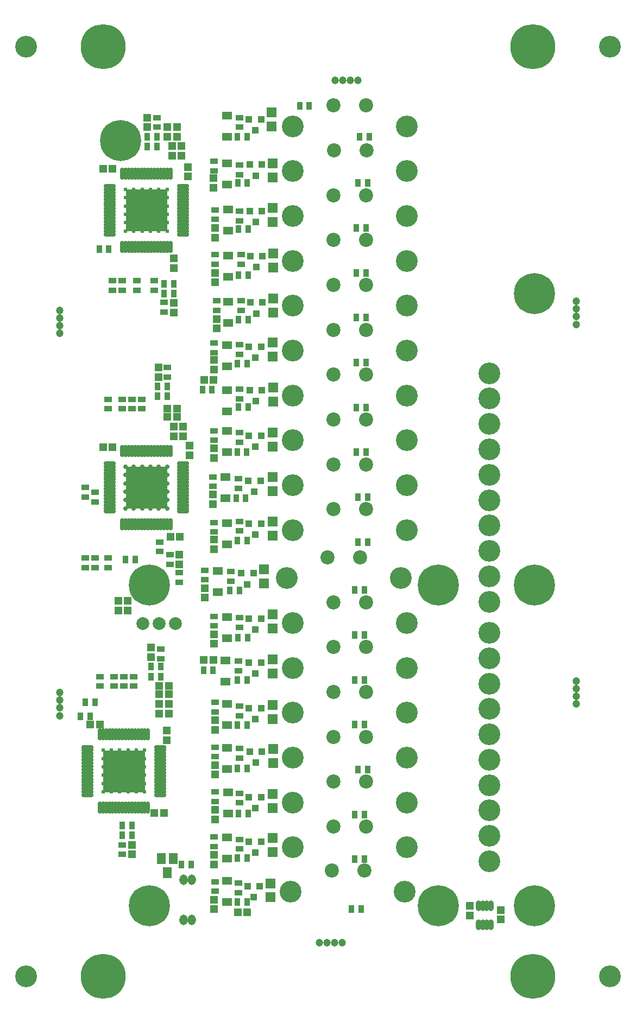
<source format=gbr>
G04 #@! TF.FileFunction,Soldermask,Top*
%FSLAX46Y46*%
G04 Gerber Fmt 4.6, Leading zero omitted, Abs format (unit mm)*
G04 Created by KiCad (PCBNEW 4.0.6) date 07/17/17 17:26:30*
%MOMM*%
%LPD*%
G01*
G04 APERTURE LIST*
%ADD10C,0.100000*%
%ADD11C,7.000000*%
%ADD12C,3.400000*%
%ADD13C,1.200000*%
%ADD14C,0.610000*%
%ADD15C,0.700000*%
%ADD16C,0.620000*%
%ADD17O,1.900000X0.700000*%
%ADD18O,0.700000X1.900000*%
%ADD19O,0.800000X1.660000*%
%ADD20R,1.300000X0.900000*%
%ADD21R,0.900000X1.300000*%
%ADD22R,1.000000X1.100000*%
%ADD23R,1.200000X1.150000*%
%ADD24R,1.150000X1.200000*%
%ADD25C,6.400000*%
%ADD26O,1.300000X1.650000*%
%ADD27R,1.600000X1.600000*%
%ADD28R,1.600000X1.300000*%
%ADD29C,2.000000*%
%ADD30R,1.400000X1.800000*%
%ADD31C,2.200000*%
%ADD32C,0.250000*%
G04 APERTURE END LIST*
D10*
D11*
X121500000Y-37000000D03*
X54500000Y-37000000D03*
X54500000Y-182000000D03*
D12*
X133500000Y-182000000D03*
X42500000Y-182000000D03*
X42500000Y-37000000D03*
D13*
X47750000Y-81700000D03*
X47750000Y-78100000D03*
X47750000Y-79300000D03*
X47750000Y-80500000D03*
X47750000Y-141350000D03*
X47750000Y-137750000D03*
X47750000Y-138950000D03*
X47750000Y-140150000D03*
X94250000Y-42250000D03*
X90650000Y-42250000D03*
X91850000Y-42250000D03*
X93050000Y-42250000D03*
X128250000Y-139550000D03*
X128250000Y-135950000D03*
X128250000Y-137150000D03*
X128250000Y-138350000D03*
X91800000Y-176750000D03*
X88200000Y-176750000D03*
X89400000Y-176750000D03*
X90600000Y-176750000D03*
D14*
X64500000Y-65750000D03*
X63200000Y-65750000D03*
X61900000Y-65750000D03*
X60600000Y-65750000D03*
X59300000Y-65750000D03*
X58000000Y-65750000D03*
X64500000Y-64450000D03*
X63200000Y-64450000D03*
X61900000Y-64450000D03*
X60600000Y-64450000D03*
X59300000Y-64450000D03*
X58000000Y-64450000D03*
X64500000Y-63150000D03*
X63200000Y-63150000D03*
X61900000Y-63150000D03*
X60600000Y-63150000D03*
X59300000Y-63150000D03*
X58000000Y-63150000D03*
X64500000Y-61850000D03*
X63200000Y-61850000D03*
X61900000Y-61850000D03*
X60600000Y-61850000D03*
X59300000Y-61850000D03*
X58000000Y-61850000D03*
X64500000Y-60550000D03*
X63200000Y-60550000D03*
X61900000Y-60550000D03*
X60600000Y-60550000D03*
X59300000Y-60550000D03*
X58000000Y-60550000D03*
X64500000Y-59250000D03*
X63200000Y-59250000D03*
X61900000Y-59250000D03*
X60600000Y-59250000D03*
X59300000Y-59250000D03*
D15*
X64500000Y-109000000D03*
X63200000Y-109000000D03*
X61900000Y-109000000D03*
X60600000Y-109000000D03*
X59300000Y-109000000D03*
X58000000Y-109000000D03*
X64500000Y-107700000D03*
X63200000Y-107700000D03*
X61900000Y-107700000D03*
X60600000Y-107700000D03*
X59300000Y-107700000D03*
X58000000Y-107700000D03*
X64500000Y-106400000D03*
X63200000Y-106400000D03*
X61900000Y-106400000D03*
X60600000Y-106400000D03*
X59300000Y-106400000D03*
X58000000Y-106400000D03*
X64500000Y-105100000D03*
X63200000Y-105100000D03*
X61900000Y-105100000D03*
X60600000Y-105100000D03*
X59300000Y-105100000D03*
X58000000Y-105100000D03*
X64500000Y-103800000D03*
X63200000Y-103800000D03*
X61900000Y-103800000D03*
X60600000Y-103800000D03*
X59300000Y-103800000D03*
X58000000Y-103800000D03*
X64500000Y-102500000D03*
X63200000Y-102500000D03*
X61900000Y-102500000D03*
X60600000Y-102500000D03*
X59300000Y-102500000D03*
D16*
X61000000Y-153250000D03*
X59700000Y-153250000D03*
X58400000Y-153250000D03*
X57100000Y-153250000D03*
X55800000Y-153250000D03*
X54500000Y-153250000D03*
X61000000Y-151950000D03*
X59700000Y-151950000D03*
X58400000Y-151950000D03*
X57100000Y-151950000D03*
X55800000Y-151950000D03*
X54500000Y-151950000D03*
X61000000Y-150650000D03*
X59700000Y-150650000D03*
X58400000Y-150650000D03*
X57100000Y-150650000D03*
X55800000Y-150650000D03*
X54500000Y-150650000D03*
X61000000Y-149350000D03*
X59700000Y-149350000D03*
X58400000Y-149350000D03*
X57100000Y-149350000D03*
X55800000Y-149350000D03*
X54500000Y-149350000D03*
X61000000Y-148050000D03*
X59700000Y-148050000D03*
X58400000Y-148050000D03*
X57100000Y-148050000D03*
X55800000Y-148050000D03*
X54500000Y-148050000D03*
X61000000Y-146750000D03*
X59700000Y-146750000D03*
X58400000Y-146750000D03*
X57100000Y-146750000D03*
X55800000Y-146750000D03*
D17*
X63450000Y-153750000D03*
X63450000Y-153250000D03*
X63450000Y-152750000D03*
X63450000Y-152250000D03*
X63450000Y-151750000D03*
X63450000Y-151250000D03*
X63450000Y-150750000D03*
X63450000Y-150250000D03*
X63450000Y-149750000D03*
X63450000Y-149250000D03*
X63450000Y-148750000D03*
X63450000Y-148250000D03*
X63450000Y-147750000D03*
X63450000Y-147250000D03*
X63450000Y-146750000D03*
X63450000Y-146250000D03*
D18*
X61500000Y-144300000D03*
X61000000Y-144300000D03*
X60500000Y-144300000D03*
X60000000Y-144300000D03*
X59500000Y-144300000D03*
X59000000Y-144300000D03*
X58500000Y-144300000D03*
X58000000Y-144300000D03*
X57500000Y-144300000D03*
X57000000Y-144300000D03*
X56500000Y-144300000D03*
X56000000Y-144300000D03*
X55500000Y-144300000D03*
X55000000Y-144300000D03*
X54500000Y-144300000D03*
X54000000Y-144300000D03*
D17*
X52050000Y-146250000D03*
X52050000Y-146750000D03*
X52050000Y-147250000D03*
X52050000Y-147750000D03*
X52050000Y-148250000D03*
X52050000Y-148750000D03*
X52050000Y-149250000D03*
X52050000Y-149750000D03*
X52050000Y-150250000D03*
X52050000Y-150750000D03*
X52050000Y-151250000D03*
X52050000Y-151750000D03*
X52050000Y-152250000D03*
X52050000Y-152750000D03*
X52050000Y-153250000D03*
X52050000Y-153750000D03*
D18*
X54000000Y-155700000D03*
X54500000Y-155700000D03*
X55000000Y-155700000D03*
X55500000Y-155700000D03*
X56000000Y-155700000D03*
X56500000Y-155700000D03*
X57000000Y-155700000D03*
X57500000Y-155700000D03*
X58000000Y-155700000D03*
X58500000Y-155700000D03*
X59000000Y-155700000D03*
X59500000Y-155700000D03*
X60000000Y-155700000D03*
X60500000Y-155700000D03*
X61000000Y-155700000D03*
X61500000Y-155700000D03*
D19*
X113025000Y-173960000D03*
X113675000Y-173960000D03*
X114325000Y-173960000D03*
X114975000Y-173960000D03*
X114975000Y-171040000D03*
X114325000Y-171040000D03*
X113675000Y-171040000D03*
X113025000Y-171040000D03*
D20*
X62950000Y-49550000D03*
X62950000Y-48050000D03*
D21*
X64500000Y-91500000D03*
X63000000Y-91500000D03*
D20*
X72000000Y-69450000D03*
X72000000Y-70950000D03*
X72000000Y-146250000D03*
X72000000Y-147750000D03*
D22*
X79150000Y-140200000D03*
X77250000Y-140200000D03*
X78200000Y-141900000D03*
X79350000Y-69700000D03*
X77450000Y-69700000D03*
X78400000Y-71400000D03*
X79150000Y-48300000D03*
X77250000Y-48300000D03*
X78200000Y-50000000D03*
X79250000Y-55400000D03*
X77350000Y-55400000D03*
X78300000Y-57100000D03*
D20*
X71800000Y-54850000D03*
X71800000Y-56350000D03*
D12*
X100890000Y-119900000D03*
X83110000Y-119900000D03*
D23*
X64750000Y-136750000D03*
X63250000Y-136750000D03*
X63250000Y-139500000D03*
X64750000Y-139500000D03*
D24*
X67750000Y-55750000D03*
X67750000Y-57250000D03*
D23*
X70200000Y-132650000D03*
X71700000Y-132650000D03*
D24*
X71800000Y-128650000D03*
X71800000Y-130150000D03*
X70400000Y-121450000D03*
X70400000Y-122950000D03*
X71800000Y-113850000D03*
X71800000Y-115350000D03*
X71600000Y-106850000D03*
X71600000Y-108350000D03*
X71800000Y-99650000D03*
X71800000Y-101150000D03*
D23*
X70250000Y-89000000D03*
X71750000Y-89000000D03*
D24*
X71800000Y-85850000D03*
X71800000Y-87350000D03*
X72200000Y-79450000D03*
X72200000Y-80950000D03*
X72000000Y-72250000D03*
X72000000Y-73750000D03*
X72000000Y-65250000D03*
X72000000Y-66750000D03*
X71750000Y-57500000D03*
X71750000Y-59000000D03*
D23*
X64000000Y-156500000D03*
X62500000Y-156500000D03*
X77000000Y-172000000D03*
X75500000Y-172000000D03*
D24*
X71800000Y-170050000D03*
X71800000Y-171550000D03*
X71800000Y-163050000D03*
X71800000Y-164550000D03*
X72000000Y-156050000D03*
X72000000Y-157550000D03*
X72000000Y-149050000D03*
X72000000Y-150550000D03*
X72000000Y-142050000D03*
X72000000Y-143550000D03*
D20*
X54000000Y-136750000D03*
X54000000Y-135250000D03*
X56250000Y-135250000D03*
X56250000Y-136750000D03*
X57750000Y-136750000D03*
X57750000Y-135250000D03*
X59250000Y-136750000D03*
X59250000Y-135250000D03*
X55250000Y-92000000D03*
X55250000Y-93500000D03*
X57500000Y-92000000D03*
X57500000Y-93500000D03*
X59000000Y-92000000D03*
X59000000Y-93500000D03*
X60500000Y-92000000D03*
X60500000Y-93500000D03*
X51750000Y-118250000D03*
X51750000Y-116750000D03*
X53250000Y-118250000D03*
X53250000Y-116750000D03*
X55250000Y-118250000D03*
X55250000Y-116750000D03*
D21*
X58000000Y-117000000D03*
X59500000Y-117000000D03*
D20*
X56000000Y-75000000D03*
X56000000Y-73500000D03*
X57500000Y-75000000D03*
X57500000Y-73500000D03*
X59750000Y-75000000D03*
X59750000Y-73500000D03*
X62500000Y-75000000D03*
X62500000Y-73500000D03*
X75800000Y-127550000D03*
X75800000Y-126050000D03*
X74400000Y-120350000D03*
X74400000Y-118850000D03*
X75800000Y-112550000D03*
X75800000Y-111050000D03*
D21*
X76950000Y-170400000D03*
X75450000Y-170400000D03*
X76950000Y-163600000D03*
X75450000Y-163600000D03*
X77150000Y-156600000D03*
X75650000Y-156600000D03*
X76950000Y-149600000D03*
X75450000Y-149600000D03*
X76950000Y-142800000D03*
X75450000Y-142800000D03*
X76950000Y-135800000D03*
X75450000Y-135800000D03*
X94750000Y-171500000D03*
X93250000Y-171500000D03*
D20*
X72000000Y-167250000D03*
X72000000Y-168750000D03*
X71800000Y-160250000D03*
X71800000Y-161750000D03*
X72000000Y-153250000D03*
X72000000Y-154750000D03*
X72000000Y-139250000D03*
X72000000Y-140750000D03*
X75600000Y-105900000D03*
X75600000Y-104400000D03*
D21*
X95250000Y-163750000D03*
X93750000Y-163750000D03*
X95250000Y-156750000D03*
X93750000Y-156750000D03*
X95750000Y-149750000D03*
X94250000Y-149750000D03*
X95250000Y-142750000D03*
X93750000Y-142750000D03*
X95250000Y-135750000D03*
X93750000Y-135750000D03*
X95250000Y-128750000D03*
X93750000Y-128750000D03*
X77050000Y-129200000D03*
X75550000Y-129200000D03*
X75750000Y-121800000D03*
X74250000Y-121800000D03*
X76950000Y-114000000D03*
X75450000Y-114000000D03*
X76750000Y-107400000D03*
X75250000Y-107400000D03*
X76900000Y-100200000D03*
X75400000Y-100200000D03*
X77150000Y-93200000D03*
X75650000Y-93200000D03*
X71650000Y-134250000D03*
X70150000Y-134250000D03*
D20*
X71800000Y-125850000D03*
X71800000Y-127350000D03*
X70400000Y-118650000D03*
X70400000Y-120150000D03*
X71800000Y-111200000D03*
X71800000Y-112700000D03*
X71600000Y-104100000D03*
X71600000Y-105600000D03*
X71800000Y-96900000D03*
X71800000Y-98400000D03*
X75800000Y-98700000D03*
X75800000Y-97200000D03*
D21*
X95250000Y-121750000D03*
X93750000Y-121750000D03*
X95750000Y-114250000D03*
X94250000Y-114250000D03*
X95750000Y-107250000D03*
X94250000Y-107250000D03*
X95500000Y-100250000D03*
X94000000Y-100250000D03*
X95500000Y-93250000D03*
X94000000Y-93250000D03*
X95500000Y-86250000D03*
X94000000Y-86250000D03*
X76950000Y-86400000D03*
X75450000Y-86400000D03*
X77150000Y-79600000D03*
X75650000Y-79600000D03*
X77150000Y-72600000D03*
X75650000Y-72600000D03*
X77150000Y-65400000D03*
X75650000Y-65400000D03*
X77000000Y-58200000D03*
X75500000Y-58200000D03*
X76950000Y-51000000D03*
X75450000Y-51000000D03*
X71500000Y-90500000D03*
X70000000Y-90500000D03*
D20*
X71800000Y-83200000D03*
X71800000Y-84700000D03*
X72200000Y-76650000D03*
X72200000Y-78150000D03*
X72000000Y-62450000D03*
X72000000Y-63950000D03*
X75800000Y-91950000D03*
X75800000Y-90450000D03*
D21*
X95500000Y-79250000D03*
X94000000Y-79250000D03*
X95500000Y-72250000D03*
X94000000Y-72250000D03*
X95500000Y-65250000D03*
X94000000Y-65250000D03*
X95750000Y-58250000D03*
X94250000Y-58250000D03*
X96000000Y-51000000D03*
X94500000Y-51000000D03*
X86650000Y-46200000D03*
X85150000Y-46200000D03*
D20*
X75600000Y-168950000D03*
X75600000Y-167450000D03*
D22*
X79350000Y-76900000D03*
X77450000Y-76900000D03*
X78400000Y-78600000D03*
X79150000Y-83800000D03*
X77250000Y-83800000D03*
X78200000Y-85500000D03*
X79250000Y-90600000D03*
X77350000Y-90600000D03*
X78300000Y-92300000D03*
X79150000Y-97700000D03*
X77250000Y-97700000D03*
X78200000Y-99400000D03*
X79050000Y-104700000D03*
X77150000Y-104700000D03*
X78100000Y-106400000D03*
X79150000Y-111400000D03*
X77250000Y-111400000D03*
X78200000Y-113100000D03*
X77950000Y-119150000D03*
X76050000Y-119150000D03*
X77000000Y-120850000D03*
X79150000Y-126200000D03*
X77250000Y-126200000D03*
X78200000Y-127900000D03*
X79150000Y-133100000D03*
X77250000Y-133100000D03*
X78200000Y-134800000D03*
X79250000Y-147000000D03*
X77350000Y-147000000D03*
X78300000Y-148700000D03*
X79150000Y-154100000D03*
X77250000Y-154100000D03*
X78200000Y-155800000D03*
X79150000Y-161000000D03*
X77250000Y-161000000D03*
X78200000Y-162700000D03*
X78950000Y-167950000D03*
X77050000Y-167950000D03*
X78000000Y-169650000D03*
X79250000Y-62600000D03*
X77350000Y-62600000D03*
X78300000Y-64300000D03*
D25*
X121770000Y-75472000D03*
X57250000Y-51600000D03*
X61750000Y-121000000D03*
X106750000Y-121000000D03*
X121750000Y-121000000D03*
X106750000Y-171000000D03*
X121750000Y-171000000D03*
X61750000Y-171000000D03*
D12*
X101890000Y-84400000D03*
X84110000Y-84400000D03*
X101890000Y-91400000D03*
X84110000Y-91400000D03*
X101890000Y-98400000D03*
X84110000Y-98400000D03*
X101890000Y-105400000D03*
X84110000Y-105400000D03*
X101890000Y-112400000D03*
X84110000Y-112400000D03*
X101890000Y-126900000D03*
X84110000Y-126900000D03*
X101890000Y-77400000D03*
X84110000Y-77400000D03*
X101890000Y-70400000D03*
X84110000Y-70400000D03*
X101890000Y-49400000D03*
X84110000Y-49400000D03*
X101890000Y-56400000D03*
X84110000Y-56400000D03*
X101890000Y-63400000D03*
X84110000Y-63400000D03*
X101890000Y-147900000D03*
X84110000Y-147900000D03*
X101890000Y-154900000D03*
X84110000Y-154900000D03*
X101890000Y-133900000D03*
X84110000Y-133900000D03*
X101890000Y-140900000D03*
X84110000Y-140900000D03*
X101890000Y-161900000D03*
X84110000Y-161900000D03*
X101490000Y-168800000D03*
X83710000Y-168800000D03*
D23*
X66000000Y-94750000D03*
X64500000Y-94750000D03*
X66000000Y-93500000D03*
X64500000Y-93500000D03*
D20*
X75800000Y-162150000D03*
X75800000Y-160650000D03*
X75800000Y-154950000D03*
X75800000Y-153450000D03*
X75800000Y-147950000D03*
X75800000Y-146450000D03*
X75800000Y-141350000D03*
X75800000Y-139850000D03*
X75600000Y-134350000D03*
X75600000Y-132850000D03*
X75800000Y-84950000D03*
X75800000Y-83450000D03*
X76000000Y-78100000D03*
X76000000Y-76600000D03*
X76000000Y-70950000D03*
X76000000Y-69450000D03*
X75800000Y-64150000D03*
X75800000Y-62650000D03*
X75800000Y-56950000D03*
X75800000Y-55450000D03*
X75800000Y-49550000D03*
X75800000Y-48050000D03*
D23*
X63250000Y-141000000D03*
X64750000Y-141000000D03*
X64750000Y-138000000D03*
X63250000Y-138000000D03*
X65500000Y-97750000D03*
X67000000Y-97750000D03*
X65500000Y-96250000D03*
X67000000Y-96250000D03*
X66750000Y-54000000D03*
X65250000Y-54000000D03*
X64500000Y-51000000D03*
X66000000Y-51000000D03*
X66750000Y-52500000D03*
X65250000Y-52500000D03*
X64500000Y-49500000D03*
X66000000Y-49500000D03*
X54500000Y-56000000D03*
X56000000Y-56000000D03*
D24*
X65500000Y-70000000D03*
X65500000Y-71500000D03*
D21*
X51000000Y-141500000D03*
X52500000Y-141500000D03*
D20*
X53250000Y-108000000D03*
X53250000Y-106500000D03*
D21*
X53900000Y-68600000D03*
X55400000Y-68600000D03*
D24*
X64450000Y-145150000D03*
X64450000Y-143650000D03*
X68000000Y-100750000D03*
X68000000Y-99250000D03*
D23*
X66500000Y-113400000D03*
X65000000Y-113400000D03*
X54000000Y-142750000D03*
X52500000Y-142750000D03*
X56000000Y-99500000D03*
X54500000Y-99500000D03*
D21*
X51750000Y-139250000D03*
X53250000Y-139250000D03*
D20*
X51750000Y-107250000D03*
X51750000Y-105750000D03*
D24*
X61950000Y-132250000D03*
X61950000Y-130750000D03*
X59000000Y-163000000D03*
X59000000Y-161500000D03*
X63150000Y-88550000D03*
X63150000Y-87050000D03*
X66350000Y-117750000D03*
X66350000Y-116250000D03*
X61350000Y-48050000D03*
X61350000Y-49550000D03*
X65500000Y-76950000D03*
X65500000Y-78450000D03*
D21*
X62000000Y-133700000D03*
X63500000Y-133700000D03*
X63500000Y-135250000D03*
X62000000Y-135250000D03*
X59000000Y-160000000D03*
X57500000Y-160000000D03*
X57500000Y-158500000D03*
X59000000Y-158500000D03*
X63000000Y-90000000D03*
X64500000Y-90000000D03*
D20*
X64950000Y-116250000D03*
X64950000Y-117750000D03*
X63350000Y-115750000D03*
X63350000Y-114250000D03*
D21*
X61400000Y-51000000D03*
X62900000Y-51000000D03*
X62900000Y-52600000D03*
X61400000Y-52600000D03*
X65500000Y-75550000D03*
X64000000Y-75550000D03*
X64000000Y-74000000D03*
X65500000Y-74000000D03*
D20*
X63500000Y-132500000D03*
X63500000Y-131000000D03*
X57500000Y-163000000D03*
X57500000Y-161500000D03*
X64550000Y-88550000D03*
X64550000Y-87050000D03*
X66350000Y-119050000D03*
X66350000Y-120550000D03*
X64000000Y-78350000D03*
X64000000Y-76850000D03*
D24*
X111650000Y-172550000D03*
X111650000Y-171050000D03*
X116500000Y-173150000D03*
X116500000Y-171650000D03*
D21*
X66750000Y-164600000D03*
X68250000Y-164600000D03*
D26*
X67015000Y-173225000D03*
X68285000Y-173225000D03*
X67015000Y-166975000D03*
X68285000Y-166975000D03*
D24*
X58300000Y-123450000D03*
X58300000Y-124950000D03*
X56900000Y-123450000D03*
X56900000Y-124950000D03*
D17*
X66950000Y-66250000D03*
X66950000Y-65750000D03*
X66950000Y-65250000D03*
X66950000Y-64750000D03*
X66950000Y-64250000D03*
X66950000Y-63750000D03*
X66950000Y-63250000D03*
X66950000Y-62750000D03*
X66950000Y-62250000D03*
X66950000Y-61750000D03*
X66950000Y-61250000D03*
X66950000Y-60750000D03*
X66950000Y-60250000D03*
X66950000Y-59750000D03*
X66950000Y-59250000D03*
X66950000Y-58750000D03*
D18*
X65000000Y-56800000D03*
X64500000Y-56800000D03*
X64000000Y-56800000D03*
X63500000Y-56800000D03*
X63000000Y-56800000D03*
X62500000Y-56800000D03*
X62000000Y-56800000D03*
X61500000Y-56800000D03*
X61000000Y-56800000D03*
X60500000Y-56800000D03*
X60000000Y-56800000D03*
X59500000Y-56800000D03*
X59000000Y-56800000D03*
X58500000Y-56800000D03*
X58000000Y-56800000D03*
X57500000Y-56800000D03*
D17*
X55550000Y-58750000D03*
X55550000Y-59250000D03*
X55550000Y-59750000D03*
X55550000Y-60250000D03*
X55550000Y-60750000D03*
X55550000Y-61250000D03*
X55550000Y-61750000D03*
X55550000Y-62250000D03*
X55550000Y-62750000D03*
X55550000Y-63250000D03*
X55550000Y-63750000D03*
X55550000Y-64250000D03*
X55550000Y-64750000D03*
X55550000Y-65250000D03*
X55550000Y-65750000D03*
X55550000Y-66250000D03*
D18*
X57500000Y-68200000D03*
X58000000Y-68200000D03*
X58500000Y-68200000D03*
X59000000Y-68200000D03*
X59500000Y-68200000D03*
X60000000Y-68200000D03*
X60500000Y-68200000D03*
X61000000Y-68200000D03*
X61500000Y-68200000D03*
X62000000Y-68200000D03*
X62500000Y-68200000D03*
X63000000Y-68200000D03*
X63500000Y-68200000D03*
X64000000Y-68200000D03*
X64500000Y-68200000D03*
X65000000Y-68200000D03*
D17*
X66950000Y-109500000D03*
X66950000Y-109000000D03*
X66950000Y-108500000D03*
X66950000Y-108000000D03*
X66950000Y-107500000D03*
X66950000Y-107000000D03*
X66950000Y-106500000D03*
X66950000Y-106000000D03*
X66950000Y-105500000D03*
X66950000Y-105000000D03*
X66950000Y-104500000D03*
X66950000Y-104000000D03*
X66950000Y-103500000D03*
X66950000Y-103000000D03*
X66950000Y-102500000D03*
X66950000Y-102000000D03*
D18*
X65000000Y-100050000D03*
X64500000Y-100050000D03*
X64000000Y-100050000D03*
X63500000Y-100050000D03*
X63000000Y-100050000D03*
X62500000Y-100050000D03*
X62000000Y-100050000D03*
X61500000Y-100050000D03*
X61000000Y-100050000D03*
X60500000Y-100050000D03*
X60000000Y-100050000D03*
X59500000Y-100050000D03*
X59000000Y-100050000D03*
X58500000Y-100050000D03*
X58000000Y-100050000D03*
X57500000Y-100050000D03*
D17*
X55550000Y-102000000D03*
X55550000Y-102500000D03*
X55550000Y-103000000D03*
X55550000Y-103500000D03*
X55550000Y-104000000D03*
X55550000Y-104500000D03*
X55550000Y-105000000D03*
X55550000Y-105500000D03*
X55550000Y-106000000D03*
X55550000Y-106500000D03*
X55550000Y-107000000D03*
X55550000Y-107500000D03*
X55550000Y-108000000D03*
X55550000Y-108500000D03*
X55550000Y-109000000D03*
X55550000Y-109500000D03*
D18*
X57500000Y-111450000D03*
X58000000Y-111450000D03*
X58500000Y-111450000D03*
X59000000Y-111450000D03*
X59500000Y-111450000D03*
X60000000Y-111450000D03*
X60500000Y-111450000D03*
X61000000Y-111450000D03*
X61500000Y-111450000D03*
X62000000Y-111450000D03*
X62500000Y-111450000D03*
X63000000Y-111450000D03*
X63500000Y-111450000D03*
X64000000Y-111450000D03*
X64500000Y-111450000D03*
X65000000Y-111450000D03*
D16*
X54500000Y-146750000D03*
D15*
X58000000Y-102500000D03*
D14*
X58000000Y-59250000D03*
D27*
X80600000Y-167500000D03*
X80600000Y-169700000D03*
X80900000Y-160450000D03*
X80900000Y-162650000D03*
X80900000Y-153550000D03*
X80900000Y-155750000D03*
X81000000Y-146550000D03*
X81000000Y-148750000D03*
X80900000Y-139650000D03*
X80900000Y-141850000D03*
X80900000Y-132550000D03*
X80900000Y-134750000D03*
X80900000Y-125550000D03*
X80900000Y-127750000D03*
X79600000Y-118500000D03*
X79600000Y-120700000D03*
X80900000Y-111050000D03*
X80900000Y-113250000D03*
X80900000Y-104150000D03*
X80900000Y-106350000D03*
X80900000Y-97150000D03*
X80900000Y-99350000D03*
X81000000Y-90150000D03*
X81000000Y-92350000D03*
X80900000Y-83150000D03*
X80900000Y-85350000D03*
X81000000Y-76250000D03*
X81000000Y-78450000D03*
X81000000Y-69250000D03*
X81000000Y-71450000D03*
X80900000Y-62150000D03*
X80900000Y-64350000D03*
X80900000Y-55150000D03*
X80900000Y-57350000D03*
X80800000Y-47250000D03*
X80800000Y-49450000D03*
D28*
X73800000Y-129250000D03*
X73800000Y-125950000D03*
X72400000Y-122050000D03*
X72400000Y-118750000D03*
X73800000Y-114650000D03*
X73800000Y-111350000D03*
X73600000Y-107400000D03*
X73600000Y-104100000D03*
X73800000Y-100200000D03*
X73800000Y-96900000D03*
X73800000Y-93850000D03*
X73800000Y-90550000D03*
X73800000Y-170450000D03*
X73800000Y-167150000D03*
X73800000Y-163650000D03*
X73800000Y-160350000D03*
X74000000Y-156650000D03*
X74000000Y-153350000D03*
X73800000Y-149650000D03*
X73800000Y-146350000D03*
X73800000Y-142850000D03*
X73800000Y-139550000D03*
X73600000Y-136050000D03*
X73600000Y-132750000D03*
X73800000Y-86850000D03*
X73800000Y-83550000D03*
X74000000Y-80100000D03*
X74000000Y-76800000D03*
X74000000Y-72850000D03*
X74000000Y-69550000D03*
X74000000Y-65650000D03*
X74000000Y-62350000D03*
X73800000Y-58450000D03*
X73800000Y-55150000D03*
X73800000Y-51000000D03*
X73800000Y-47700000D03*
D29*
X63250000Y-127000000D03*
X65790000Y-127000000D03*
X60710000Y-127000000D03*
D30*
X65450000Y-163650000D03*
X63550000Y-163650000D03*
X64500000Y-165850000D03*
D12*
X114750000Y-87930000D03*
X114750000Y-91890000D03*
X114750000Y-95850000D03*
X114750000Y-99810000D03*
X114750000Y-103770000D03*
X114750000Y-107730000D03*
X114750000Y-111690000D03*
X114750000Y-115650000D03*
X114750000Y-119610000D03*
X114750000Y-123570000D03*
X114750000Y-128430000D03*
X114750000Y-132390000D03*
X114750000Y-136350000D03*
X114750000Y-140310000D03*
X114750000Y-144270000D03*
X114750000Y-148230000D03*
X114750000Y-152190000D03*
X114750000Y-156150000D03*
X114750000Y-160110000D03*
X114750000Y-164070000D03*
D31*
X95240000Y-165550000D03*
X90160000Y-165550000D03*
X95540000Y-158650000D03*
X90460000Y-158650000D03*
X95540000Y-151650000D03*
X90460000Y-151650000D03*
X95540000Y-144650000D03*
X90460000Y-144650000D03*
X95540000Y-137650000D03*
X90460000Y-137650000D03*
X95540000Y-130650000D03*
X90460000Y-130650000D03*
X95540000Y-123650000D03*
X90460000Y-123650000D03*
X94540000Y-116650000D03*
X89460000Y-116650000D03*
X95540000Y-109150000D03*
X90460000Y-109150000D03*
X95540000Y-102150000D03*
X90460000Y-102150000D03*
X95540000Y-95150000D03*
X90460000Y-95150000D03*
X95540000Y-88150000D03*
X90460000Y-88150000D03*
X95540000Y-81150000D03*
X90460000Y-81150000D03*
X95540000Y-74150000D03*
X90460000Y-74150000D03*
X95540000Y-67150000D03*
X90460000Y-67150000D03*
X95540000Y-60150000D03*
X90460000Y-60150000D03*
X95590000Y-53150000D03*
X90510000Y-53150000D03*
X95540000Y-46150000D03*
X90460000Y-46150000D03*
D13*
X128250000Y-80300000D03*
X128250000Y-76700000D03*
X128250000Y-77900000D03*
X128250000Y-79100000D03*
D12*
X133500000Y-37000000D03*
D11*
X121500000Y-182000000D03*
D32*
G36*
X60875000Y-153125000D02*
X54625000Y-153125000D01*
X54625000Y-146875000D01*
X60875000Y-146875000D01*
X60875000Y-153125000D01*
X60875000Y-153125000D01*
G37*
X60875000Y-153125000D02*
X54625000Y-153125000D01*
X54625000Y-146875000D01*
X60875000Y-146875000D01*
X60875000Y-153125000D01*
G36*
X64375000Y-108875000D02*
X58125000Y-108875000D01*
X58125000Y-102625000D01*
X64375000Y-102625000D01*
X64375000Y-108875000D01*
X64375000Y-108875000D01*
G37*
X64375000Y-108875000D02*
X58125000Y-108875000D01*
X58125000Y-102625000D01*
X64375000Y-102625000D01*
X64375000Y-108875000D01*
G36*
X64375000Y-65625000D02*
X58125000Y-65625000D01*
X58125000Y-59375000D01*
X64375000Y-59375000D01*
X64375000Y-65625000D01*
X64375000Y-65625000D01*
G37*
X64375000Y-65625000D02*
X58125000Y-65625000D01*
X58125000Y-59375000D01*
X64375000Y-59375000D01*
X64375000Y-65625000D01*
M02*

</source>
